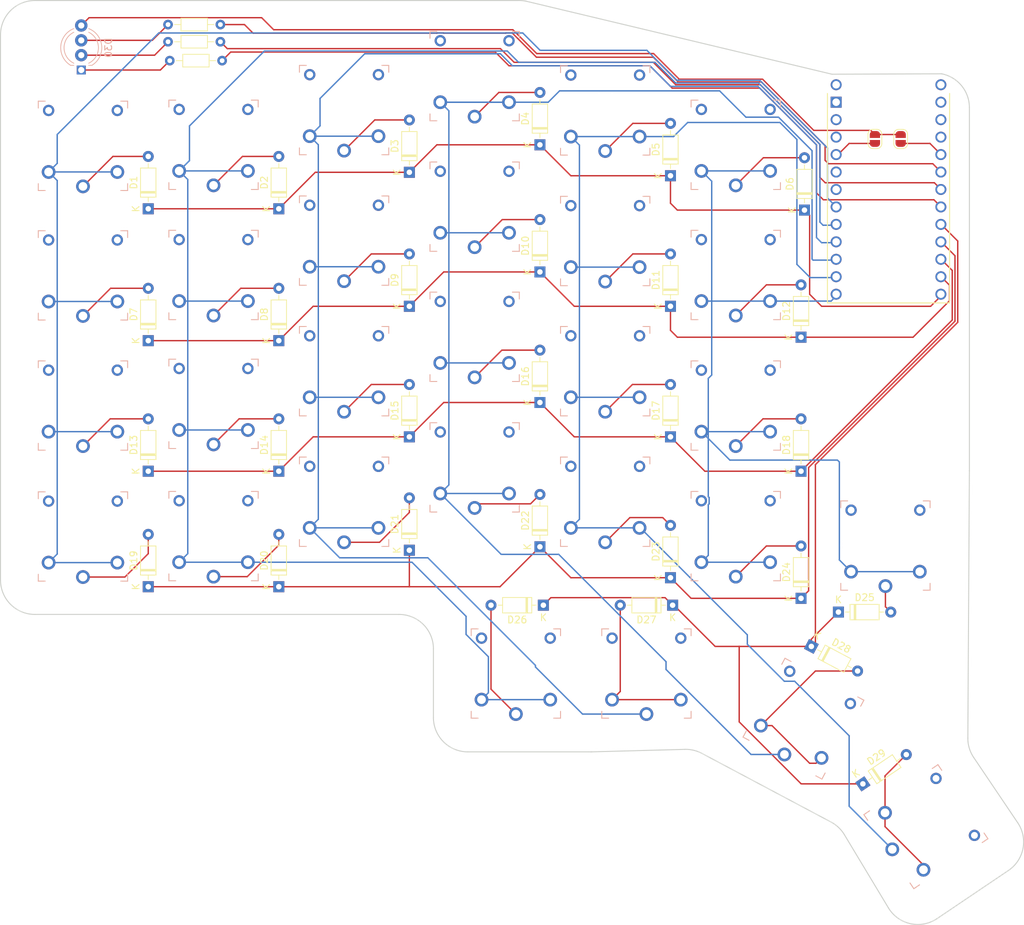
<source format=kicad_pcb>
(kicad_pcb (version 20241229) (generator "pcbnew") (generator_version "9.0")
  (layers (0 "F.Cu" signal) (2 "B.Cu" signal) (13 "F.Paste" user) (15 "B.Paste" user) (5 "F.SilkS" user "F.Silkscreen") (7 "B.SilkS" user "B.Silkscreen") (1 "F.Mask" user) (3 "B.Mask" user) (25 "Edge.Cuts" user))
  (net 0 "")
  (net 1 "ROW1")
  (net 2 "Net-(D1-A)")
  (net 3 "Net-(D2-A)")
  (net 4 "Net-(D3-A)")
  (net 5 "Net-(D4-A)")
  (net 6 "Net-(D5-A)")
  (net 7 "Net-(D6-A)")
  (net 8 "Net-(D7-A)")
  (net 9 "ROW2")
  (net 10 "Net-(D8-A)")
  (net 11 "Net-(D9-A)")
  (net 12 "Net-(D10-A)")
  (net 13 "Net-(D11-A)")
  (net 14 "Net-(D12-A)")
  (net 15 "Net-(D13-A)")
  (net 16 "ROW3")
  (net 17 "Net-(D14-A)")
  (net 18 "Net-(D15-A)")
  (net 19 "Net-(D16-A)")
  (net 20 "Net-(D17-A)")
  (net 21 "Net-(D18-A)")
  (net 22 "ROW4")
  (net 23 "Net-(D19-A)")
  (net 24 "Net-(D20-A)")
  (net 25 "Net-(D21-A)")
  (net 26 "Net-(D22-A)")
  (net 27 "Net-(D23-A)")
  (net 28 "Net-(D24-A)")
  (net 29 "Net-(D25-A)")
  (net 30 "ROWT")
  (net 31 "Net-(D26-A)")
  (net 32 "Net-(D27-A)")
  (net 33 "Net-(D28-A)")
  (net 34 "Net-(D29-A)")
  (net 35 "COL1")
  (net 36 "COL2")
  (net 37 "COL3")
  (net 38 "COL4")
  (net 39 "COL5")
  (net 40 "COL6")
  (net 41 "Net-(D30-BK)")
  (net 42 "Net-(D30-RK)")
  (net 44 "Net-(D30-GK)")
  (net 45 "3v3")
  (net 48 "unconnected-(U2-SCL(GP3)-Pad6)")
  (net 49 "unconnected-(U2-SDA(GP2)-Pad5)")
  (net 50 "LEDR")
  (net 53 "LEDG")
  (net 54 "LEDB")
  (net 55 "Net-(JP2-A)")
  (net 59 "Net-(JP1-A)")
  (footprint "Diode_THT:D_DO-35_SOD27_P7.62mm_Horizontal" (layer "F.Cu") (at 169 117.5 -28)
    (property "Reference" "D28")
    (property "Value" "1N4148")
  )
  (footprint "Diode_THT:D_DO-35_SOD27_P7.62mm_Horizontal" (layer "F.Cu") (at 167.5 92 90)
    (property "Reference" "D18")
    (property "Value" "1N4148")
  )
  (footprint "Diode_THT:D_DO-35_SOD27_P7.62mm_Horizontal" (layer "F.Cu") (at 91.5 73 90)
    (property "Reference" "D8")
    (property "Value" "1N4148")
  )
  (footprint "Diode_THT:D_DO-35_SOD27_P7.62mm_Horizontal" (layer "F.Cu") (at 148.5 107.5 90)
    (property "Reference" "D23")
    (property "Value" "1N4148")
  )
  (footprint "Diode_THT:D_DO-35_SOD27_P7.62mm_Horizontal" (layer "F.Cu") (at 72.5 53.809999 90)
    (property "Reference" "D1")
    (property "Value" "1N4148")
  )
  (footprint "Resistor_THT:R_Axial_DIN0204_L3.6mm_D1.6mm_P7.62mm_Horizontal" (layer "F.Cu") (at 75.63 32.25)
    (property "Reference" "R1" (hide yes))
    (property "Value" "R")
  )
  (footprint "Diode_THT:D_DO-35_SOD27_P7.62mm_Horizontal" (layer "F.Cu") (at 110.5 48.5 90)
    (property "Reference" "D3")
    (property "Value" "1N4148")
  )
  (footprint "Diode_THT:D_DO-35_SOD27_P7.62mm_Horizontal" (layer "F.Cu") (at 91.5 53.81 90)
    (property "Reference" "D2")
    (property "Value" "1N4148")
  )
  (footprint "Jumper:SolderJumper-2_P1.3mm_Open_RoundedPad1.0x1.5mm" (layer "F.Cu") (at 182 43.65 90)
    (property "Reference" "JP2" (hide yes))
    (property "Value" "SolderJumper_2_Open")
  )
  (footprint "MountingHole:MountingHole_2.2mm_M2" (layer "F.Cu") (at 90.25 33.75)
    (property "Reference" "REF**" (hide yes))
    (property "Value" "MountingHole_2.2mm_M2")
  )
  (footprint "Diode_THT:D_DO-35_SOD27_P7.62mm_Horizontal" (layer "F.Cu") (at 129.5 63 90)
    (property "Reference" "D10")
    (property "Value" "1N4148")
  )
  (footprint "Resistor_THT:R_Axial_DIN0204_L3.6mm_D1.6mm_P7.62mm_Horizontal" (layer "F.Cu") (at 75.38 29.5)
    (property "Reference" "R2" (hide yes))
    (property "Value" "R")
  )
  (footprint "Diode_THT:D_DO-35_SOD27_P7.62mm_Horizontal" (layer "F.Cu") (at 72.5 92 90)
    (property "Reference" "D13")
    (property "Value" "1N4148")
  )
  (footprint "Jumper:SolderJumper-2_P1.3mm_Open_RoundedPad1.0x1.5mm" (layer "F.Cu") (at 178.25 43.65 90)
    (property "Reference" "JP1" (hide yes))
    (property "Value" "SolderJumper_2_Open")
  )
  (footprint "Diode_THT:D_DO-35_SOD27_P7.62mm_Horizontal" (layer "F.Cu") (at 148.5 68 90)
    (property "Reference" "D11")
    (property "Value" "1N4148")
  )
  (footprint "Diode_THT:D_DO-35_SOD27_P7.62mm_Horizontal" (layer "F.Cu") (at 148.5 49 90)
    (property "Reference" "D5")
    (property "Value" "1N4148")
  )
  (footprint "Diode_THT:D_DO-35_SOD27_P7.62mm_Horizontal" (layer "F.Cu") (at 172.94 112.5)
    (property "Reference" "D25")
    (property "Value" "1N4148")
  )
  (footprint "MountingHole:MountingHole_2.2mm_M2" (layer "F.Cu") (at 182.5 121)
    (property "Reference" "REF**" (hide yes))
    (property "Value" "MountingHole_2.2mm_M2")
  )
  (footprint "Diode_THT:D_DO-35_SOD27_P7.62mm_Horizontal" (layer "F.Cu") (at 129.5 103 90)
    (property "Reference" "D22")
    (property "Value" "1N4148")
  )
  (footprint "Diode_THT:D_DO-35_SOD27_P7.62mm_Horizontal" (layer "F.Cu") (at 148.5 87 90)
    (property "Reference" "D17")
    (property "Value" "1N4148")
  )
  (footprint "Diode_THT:D_DO-35_SOD27_P7.62mm_Horizontal" (layer "F.Cu") (at 168 54 90)
    (property "Reference" "D6")
    (property "Value" "1N4148" (hide yes))
  )
  (footprint "Diode_THT:D_DO-35_SOD27_P7.62mm_Horizontal" (layer "F.Cu") (at 72.5 108.81 90)
    (property "Reference" "D19")
    (property "Value" "1N4148")
  )
  (footprint "Diode_THT:D_DO-35_SOD27_P7.62mm_Horizontal" (layer "F.Cu") (at 129.5 82 90)
    (property "Reference" "D16")
    (property "Value" "1N4148")
  )
  (footprint "Diode_THT:D_DO-35_SOD27_P7.62mm_Horizontal" (layer "F.Cu") (at 148.81 111.5 180)
    (property "Reference" "D27")
    (property "Value" "1N4148")
  )
  (footprint "Diode_THT:D_DO-35_SOD27_P7.62mm_Horizontal" (layer "F.Cu") (at 129.5 44.5 90)
    (property "Reference" "D4")
    (property "Value" "1N4148")
  )
  (footprint "MountingHole:MountingHole_2.2mm_M2" (layer "F.Cu") (at 180.25 58.5)
    (property "Reference" "REF**" (hide yes))
    (property "Value" "MountingHole_2.2mm_M2")
  )
  (footprint "MountingHole:MountingHole_2.2mm_M2" (layer "F.Cu") (at 118.5 104)
    (property "Reference" "REF**" (hide yes))
    (property "Value" "MountingHole_2.2mm_M2")
  )
  (footprint "Diode_THT:D_DO-35_SOD27_P7.62mm_Horizontal" (layer "F.Cu") (at 176.5 137.5 34)
    (property "Reference" "D29")
    (property "Value" "1N4148")
  )
  (footprint "Diode_THT:D_DO-35_SOD27_P7.62mm_Horizontal" (layer "F.Cu") (at 110.5 68 90)
    (property "Reference" "D9")
    (property "Value" "1N4148")
  )
  (footprint "Diode_THT:D_DO-35_SOD27_P7.62mm_Horizontal" (layer "F.Cu") (at 167.5 72.5 90)
    (property "Reference" "D12")
    (property "Value" "1N4148")
  )
  (footprint "Diode_THT:D_DO-35_SOD27_P7.62mm_Horizontal" (layer "F.Cu") (at 91.5 92 90)
    (property "Reference" "D14")
    (property "Value" "1N4148")
  )
  (footprint "Diode_THT:D_DO-35_SOD27_P7.62mm_Horizontal" (layer "F.Cu") (at 72.5 73 90)
    (property "Reference" "D7")
    (property "Value" "1N4148")
  )
  (footprint "Diode_THT:D_DO-35_SOD27_P7.62mm_Horizontal" (layer "F.Cu") (at 110.5 103.5 90)
    (property "Reference" "D21")
    (property "Value" "1N4148")
  )
  (footprint "Diode_THT:D_DO-35_SOD27_P7.62mm_Horizontal" (layer "F.Cu") (at 130 111.5 180)
    (property "Reference" "D26")
    (property "Value" "1N4148")
  )
  (footprint "Diode_THT:D_DO-35_SOD27_P7.62mm_Horizontal" (layer "F.Cu") (at 167.5 110.5 90)
    (property "Reference" "D24")
    (property "Value" "1N4148")
  )
  (footprint "Resistor_THT:R_Axial_DIN0204_L3.6mm_D1.6mm_P7.62mm_Horizontal" (layer "F.Cu") (at 75.38 27)
    (property "Reference" "R3" (hide yes))
    (property "Value" "R")
  )
  (footprint "Diode_THT:D_DO-35_SOD27_P7.62mm_Horizontal" (layer "F.Cu") (at 91.5 108.81 90)
    (property "Reference" "D20")
    (property "Value" "1N4148")
  )
  (footprint "Diode_THT:D_DO-35_SOD27_P7.62mm_Horizontal" (layer "F.Cu") (at 110.5 87 90)
    (property "Reference" "D15")
    (property "Value" "1N4148")
  )
  (footprint "key-switches:SW_Kailh_Choc_V1V2_THT_Hybrid_doubleside" (layer "B.Cu") (at 63 101.5 180)
    (property "Reference" "SW19" (hide yes))
    (property "Value" "SW_Push" (hide yes))
  )
  (footprint "key-switches:SW_Kailh_Choc_V1V2_THT_Hybrid_doubleside" (layer "B.Cu") (at 119.999999 91.442194 180)
    (property "Reference" "SW22" (hide yes))
    (property "Value" "SW_Push" (hide yes))
  )
  (footprint "key-switches:SW_Kailh_Choc_V1V2_THT_Hybrid_doubleside" (layer "B.Cu") (at 158 44.5 180)
    (property "Reference" "SW6" (hide yes))
    (property "Value" "SW_Push" (hide yes))
  )
  (footprint "key-switches:SW_Kailh_Choc_V1V2_THT_Hybrid_doubleside" (layer "B.Cu") (at 101.000001 58.442194 180)
    (property "Reference" "SW9" (hide yes))
    (property "Value" "SW_Push" (hide yes))
  )
  (footprint "key-switches:SW_Kailh_Choc_V1V2_THT_Hybrid_doubleside" (layer "B.Cu") (at 119.999999 72.442194 180)
    (property "Reference" "SW16" (hide yes))
    (property "Value" "SW_Push" (hide yes))
  )
  (footprint "key-switches:SW_Kailh_Choc_V1V2_THT_Hybrid_doubleside" (layer "B.Cu") (at 82 82.2 180)
    (property "Reference" "SW14" (hide yes))
    (property "Value" "SW_Push" (hide yes))
  )
  (footprint "key-switches:SW_Kailh_Choc_V1V2_THT_Hybrid_doubleside" (layer "B.Cu") (at 179.781626 102.817528 180)
    (property "Reference" "SW25" (hide yes))
    (property "Value" "SW_Push" (hide yes))
  )
  (footprint "key-switches:SW_Kailh_Choc_V1V2_THT_Hybrid_doubleside" (layer "B.Cu") (at 126.000001 121.442194 180)
    (property "Reference" "SW26" (hide yes))
    (property "Value" "SW_Push" (hide yes))
  )
  (footprint "key-switches:SW_Kailh_Choc_V1V2_THT_Hybrid_doubleside" (layer "B.Cu") (at 82.000001 63.442194 180)
    (property "Reference" "SW8" (hide yes))
    (property "Value" "SW_Push" (hide yes))
  )
  (footprint "key-switches:SW_Kailh_Choc_V1V2_THT_Hybrid_doubleside" (layer "B.Cu") (at 82.000001 101.442194 180)
    (property "Reference" "SW20" (hide yes))
    (property "Value" "SW_Push" (hide yes))
  )
  (footprint "key-switches:SW_Kailh_Choc_V1V2_THT_Hybrid_doubleside" (layer "B.Cu") (at 63.000001 82.442194 180)
    (property "Reference" "SW13" (hide yes))
    (property "Value" "SW_Push" (hide yes))
  )
  (footprint "theonepromicro:TheOneProMicro" (layer "B.Cu") (at 181.5 51 180)
    (property "Reference" "U2" (hide yes))
    (property "Value" "ProMicro")
  )
  (footprint "key-switches:SW_Kailh_Choc_V1V2_THT_Hybrid_doubleside" (layer "B.Cu") (at 167.849879 128.011957 152)
    (property "Reference" "SW28" (hide yes))
    (property "Value" "SW_Push" (hide yes))
  )
  (footprint "key-switches:SW_Kailh_Choc_V1V2_THT_Hybrid_doubleside" (layer "B.Cu") (at 120 34.5 180)
    (property "Reference" "SW4" (hide yes))
    (property "Value" "SW_Push" (hide yes))
  )
  (footprint "key-switches:SW_Kailh_Choc_V1V2_THT_Hybrid_doubleside" (layer "B.Cu") (at 63 44.65 180)
    (property "Reference" "SW1" (hide yes))
    (property "Value" "SW_Push" (hide yes))
  )
  (footprint "key-switches:SW_Kailh_Choc_V1V2_THT_Hybrid_doubleside" (layer "B.Cu") (at 139.000001 77.442194 180)
    (property "Reference" "SW17" (hide yes))
    (property "Value" "SW_Push" (hide yes))
  )
  (footprint "key-switches:SW_Kailh_Choc_V1V2_THT_Hybrid_doubleside" (layer "B.Cu") (at 101.000001 39.442194 180)
    (property "Reference" "SW3" (hide yes))
    (property "Value" "SW_Push" (hide yes))
  )
  (footprint "key-switches:SW_Kailh_Choc_V1V2_THT_Hybrid_doubleside" (layer "B.Cu") (at 145.000001 121.442194 180)
    (property "Reference" "SW27" (hide yes))
    (property "Value" "SW_Push" (hide yes))
  )
  (footprint "LED_THT:LED_D5.0mm-4_RGB_Wide_Pins" (layer "B.Cu") (at 62.75 33.613 90)
    (property "Reference" "D30")
    (property "Value" "LED_RGBA")
  )
  (footprint "key-switches:SW_Kailh_Choc_V1V2_THT_Hybrid_doubleside" (layer "B.Cu") (at 82 44.5 180)
    (property "Reference" "SW2" (hide yes))
    (property "Value" "SW_Push" (hide yes))
  )
  (footprint "key-switches:SW_Kailh_Choc_V1V2_THT_Hybrid_doubleside" (layer "B.Cu") (at 158.000001 63.442194 180)
    (property "Reference" "SW12" (hide yes))
    (property "Value" "SW_Push" (hide yes))
  )
  (footprint "key-switches:SW_Kailh_Choc_V1V2_THT_Hybrid_doubleside" (layer "B.Cu") (at 139 39.5 180)
    (property "Reference" "SW5" (hide yes))
    (property "Value" "SW_Push" (hide yes))
  )
  (footprint "key-switches:SW_Kailh_Choc_V1V2_THT_Hybrid_doubleside" (layer "B.Cu") (at 158.000001 82.442194 180)
    (property "Reference" "SW18" (hide yes))
    (property "Value" "SW_Push" (hide yes))
  )
  (footprint "key-switches:SW_Kailh_Choc_V1V2_THT_Hybrid_doubleside" (layer "B.Cu") (at 139 58.5 180)
    (property "Reference" "SW11" (hide yes))
    (property "Value" "SW_Push" (hide yes))
  )
  (footprint "key-switches:SW_Kailh_Choc_V1V2_THT_Hybrid_doubleside" (layer "B.Cu") (at 120 53.5 180)
    (property "Reference" "SW10" (hide yes))
    (property "Value" "SW_Push" (hide yes))
  )
  (footprint "key-switches:SW_Kailh_Choc_V1V2_THT_Hybrid_doubleside" (layer "B.Cu") (at 139.000001 96.442194 180)
    (property "Reference" "SW23" (hide yes))
    (property "Value" "SW_Push" (hide yes))
  )
  (footprint "key-switches:SW_Kailh_Choc_V1V2_THT_Hybrid_doubleside" (layer "B.Cu") (at 101.000001 77.442194 180)
    (property "Reference" "SW15" (hide yes))
    (property "Value" "SW_Push" (hide yes))
  )
  (footprint "key-switches:SW_Kailh_Choc_V1V2_THT_Hybrid_doubleside" (layer "B.Cu") (at 101.000001 96.442194 180)
    (property "Reference" "SW21" (hide yes))
    (property "Value" "SW_Push" (hide yes))
  )
  (footprint "key-switches:SW_Kailh_Choc_V1V2_THT_Hybrid_doubleside" (layer "B.Cu") (at 185.669256 143.731057 124)
    (property "Reference" "SW29" (hide yes))
    (property "Value" "SW_Push" (hide yes))
  )
  (footprint "key-switches:SW_Kailh_Choc_V1V2_THT_Hybrid_doubleside" (layer "B.Cu") (at 63 63.5 180)
    (property "Reference" "SW7" (hide yes))
    (property "Value" "SW_Push" (hide yes))
  )
  (footprint "key-switches:SW_Kailh_Choc_V1V2_THT_Hybrid_doubleside" (layer "B.Cu") (at 158.000001 101.442194 180)
    (property "Reference" "SW24" (hide yes))
    (property "Value" "SW_Push" (hide yes))
  )
  (gr_line (start 150.585168 132.479109) (end 137.066781 132.840409) (stroke (width 0.15)) (layer "Edge.Cuts"))
  (gr_line (start 197.685411 150.100673) (end 187.293643 157.11001) (stroke (width 0.15)) (layer "Edge.Cuts"))
  (gr_arc (start 109.000001 112.842194) (mid 112.535536 114.30666) (end 114.000001 117.842194) (stroke (width 0.15)) (layer "Edge.Cuts"))
  (gr_line (start 56.000001 112.842194) (end 109.000001 112.842194) (stroke (width 0.15)) (layer "Edge.Cuts"))
  (gr_arc (start 51 28.500001) (mid 52.449517 24.979479) (end 55.957629 23.50018) (stroke (width 0.15)) (layer "Edge.Cuts"))
  (gr_arc (start 119.000001 132.842194) (mid 115.464469 131.377728) (end 114.000001 127.842194) (stroke (width 0.15)) (layer "Edge.Cuts"))
  (gr_arc (start 187.942475 34.163411) (mid 190.85438 35.888845) (end 192.000001 39.073782) (stroke (width 0.15)) (layer "Edge.Cuts"))
  (gr_line (start 136.933196 132.842194) (end 119.000001 132.842194) (stroke (width 0.15)) (layer "Edge.Cuts"))
  (gr_arc (start 192.000001 91.927668) (mid 191.99998 91.942188) (end 191.999917 91.956708) (stroke (width 0.15)) (layer "Edge.Cuts"))
  (gr_line (start 106.996689 23.5) (end 126.5 23.5) (stroke (width 0.15)) (layer "Edge.Cuts"))
  (gr_arc (start 56.000001 112.842194) (mid 52.464469 111.377728) (end 51.000001 107.842194) (stroke (width 0.15)) (layer "Edge.Cuts"))
  (gr_line (start 51.000001 107.842194) (end 51.000001 28.500001) (stroke (width 0.15)) (layer "Edge.Cuts"))
  (gr_arc (start 192.628825 133.662518) (mid 191.988275 132.314519) (end 191.774097 130.837514) (stroke (width 0.15)) (layer "Edge.Cuts"))
  (gr_line (start 114.000001 127.842194) (end 114.000001 117.842194) (stroke (width 0.15)) (layer "Edge.Cuts"))
  (gr_arc (start 199.034633 143.159521) (mid 199.797584 146.909537) (end 197.685411 150.100673) (stroke (width 0.15)) (layer "Edge.Cuts"))
  (gr_arc (start 150.585168 132.479109) (mid 151.863435 132.610132) (end 153.066111 133.062586) (stroke (width 0.15)) (layer "Edge.Cuts"))
  (gr_arc (start 137.066781 132.840409) (mid 136.999994 132.841748) (end 136.933196 132.842194) (stroke (width 0.15)) (layer "Edge.Cuts"))
  (gr_arc (start 171.870599 143.06111) (mid 172.96375 143.8478) (end 173.8073 144.897702) (stroke (width 0.15)) (layer "Edge.Cuts"))
  (gr_line (start 191.999917 91.956708) (end 191.774097 130.837514) (stroke (width 0.15)) (layer "Edge.Cuts"))
  (gr_arc (start 187.293643 157.11001) (mid 183.417173 157.846657) (end 180.213619 155.542968) (stroke (width 0.15)) (layer "Edge.Cuts"))
  (gr_line (start 180.213619 155.542968) (end 173.8073 144.897702) (stroke (width 0.15)) (layer "Edge.Cuts"))
  (gr_line (start 171.870599 143.06111) (end 153.066111 133.062586) (stroke (width 0.15)) (layer "Edge.Cuts"))
  (gr_line (start 127.442474 23.589633) (end 172 34.226414) (stroke (width 0.15)) (layer "Edge.Cuts"))
  (gr_line (start 192.628825 133.662518) (end 199.034634 143.159521) (stroke (width 0.15)) (layer "Edge.Cuts"))
  (gr_arc (start 126.5 23.5) (mid 126.973363 23.522457) (end 127.442474 23.589629) (stroke (width 0.15)) (layer "Edge.Cuts"))
  (gr_line (start 172 34.226414) (end 187.942475 34.163411) (stroke (width 0.15)) (layer "Edge.Cuts"))
  (gr_line (start 55.957556 23.50018) (end 107 23.5) (stroke (width 0.15)) (layer "Edge.Cuts"))
  (gr_line (start 192.000001 39.073782) (end 192.000001 91.927669) (stroke (width 0.15)) (layer "Edge.Cuts"))
  (segment (start 149.5 54) (end 148.5 53) (width 0.2) (layer "F.Cu") (net 1))
  (segment (start 114.5 44.5) (end 110.5 48.5) (width 0.2) (layer "F.Cu") (net 1))
  (segment (start 168 54) (end 168.75 54.75) (width 0.2) (layer "F.Cu") (net 1))
  (segment (start 186.36 68) (end 188 66.36) (width 0.2) (layer "F.Cu") (net 1))
  (segment (start 170.5 68) (end 186.36 68) (width 0.2) (layer "F.Cu") (net 1))
  (segment (start 148.5 53) (end 148.5 49) (width 0.2) (layer "F.Cu") (net 1))
  (segment (start 168 54) (end 149.5 54) (width 0.2) (layer "F.Cu") (net 1))
  (segment (start 110.5 48.5) (end 96.81 48.5) (width 0.2) (layer "F.Cu") (net 1))
  (segment (start 129.5 44.5) (end 114.5 44.5) (width 0.2) (layer "F.Cu") (net 1))
  (segment (start 134 49) (end 148.5 49) (width 0.2) (layer "F.Cu") (net 1))
  (segment (start 168.75 54.75) (end 168.75 66.25) (width 0.2) (layer "F.Cu") (net 1))
  (segment (start 91.5 53.81) (end 72.5 53.809999) (width 0.2) (layer "F.Cu") (net 1))
  (segment (start 129.5 44.5) (end 134 49) (width 0.2) (layer "F.Cu") (net 1))
  (segment (start 168.75 66.25) (end 170.5 68) (width 0.2) (layer "F.Cu") (net 1))
  (segment (start 96.81 48.5) (end 91.5 53.81) (width 0.2) (layer "F.Cu") (net 1))
  (segment (start 63 50.55) (end 67.360001 46.189999) (width 0.2) (layer "F.Cu") (net 2))
  (segment (start 67.360001 46.189999) (end 72.5 46.189999) (width 0.2) (layer "F.Cu") (net 2))
  (segment (start 86.21 46.19) (end 91.5 46.19) (width 0.2) (layer "F.Cu") (net 3))
  (segment (start 82 50.4) (end 86.21 46.19) (width 0.2) (layer "F.Cu") (net 3))
  (segment (start 105.462195 40.88) (end 110.5 40.88) (width 0.2) (layer "F.Cu") (net 4))
  (segment (start 101.000001 45.342194) (end 105.462195 40.88) (width 0.2) (layer "F.Cu") (net 4))
  (segment (start 123.52 36.88) (end 129.5 36.88) (width 0.2) (layer "F.Cu") (net 5))
  (segment (start 120 40.4) (end 123.52 36.88) (width 0.2) (layer "F.Cu") (net 5))
  (segment (start 139 45.4) (end 143.02 41.38) (width 0.2) (layer "F.Cu") (net 6))
  (segment (start 143.02 41.38) (end 148.5 41.38) (width 0.2) (layer "F.Cu") (net 6))
  (segment (start 158 50.4) (end 162.02 46.38) (width 0.2) (layer "F.Cu") (net 7))
  (segment (start 162.02 46.38) (end 168 46.38) (width 0.2) (layer "F.Cu") (net 7))
  (segment (start 63 69.4) (end 67.02 65.38) (width 0.2) (layer "F.Cu") (net 8))
  (segment (start 67.02 65.38) (end 72.5 65.38) (width 0.2) (layer "F.Cu") (net 8))
  (segment (start 134.5 68) (end 148.5 68) (width 0.2) (layer "F.Cu") (net 9))
  (segment (start 110.5 68) (end 115.5 63) (width 0.2) (layer "F.Cu") (net 9))
  (segment (start 72.5 73) (end 91.5 73) (width 0.2) (layer "F.Cu") (net 9))
  (segment (start 96.5 68) (end 110.5 68) (width 0.2) (layer "F.Cu") (net 9))
  (segment (start 148.5 71.5) (end 149.5 72.5) (width 0.2) (layer "F.Cu") (net 9))
  (segment (start 149.5 72.5) (end 167.5 72.5) (width 0.2) (layer "F.Cu") (net 9))
  (segment (start 189.101 67.204075) (end 189.101 64.921) (width 0.2) (layer "F.Cu") (net 9))
  (segment (start 183.805075 72.5) (end 189.101 67.204075) (width 0.2) (layer "F.Cu") (net 9))
  (segment (start 189.101 64.921) (end 188 63.82) (width 0.2) (layer "F.Cu") (net 9))
  (segment (start 115.5 63) (end 129.5 63) (width 0.2) (layer "F.Cu") (net 9))
  (segment (start 91.5 73) (end 96.5 68) (width 0.2) (layer "F.Cu") (net 9))
  (segment (start 167.5 72.5) (end 183.805075 72.5) (width 0.2) (layer "F.Cu") (net 9))
  (segment (start 129.5 63) (end 134.5 68) (width 0.2) (layer "F.Cu") (net 9))
  (segment (start 148.5 68) (end 148.5 71.5) (width 0.2) (layer "F.Cu") (net 9))
  (segment (start 85.962195 65.38) (end 91.5 65.38) (width 0.2) (layer "F.Cu") (net 10))
  (segment (start 82.000001 69.342194) (end 85.962195 65.38) (width 0.2) (layer "F.Cu") (net 10))
  (segment (start 104.962195 60.38) (end 110.5 60.38) (width 0.2) (layer "F.Cu") (net 11))
  (segment (start 101.000001 64.342194) (end 104.962195 60.38) (width 0.2) (layer "F.Cu") (net 11))
  (segment (start 124.02 55.38) (end 129.5 55.38) (width 0.2) (layer "F.Cu") (net 12))
  (segment (start 120 59.4) (end 124.02 55.38) (width 0.2) (layer "F.Cu") (net 12))
  (segment (start 139 64.4) (end 143.02 60.38) (width 0.2) (layer "F.Cu") (net 13))
  (segment (start 143.02 60.38) (end 148.5 60.38) (width 0.2) (layer "F.Cu") (net 13))
  (segment (start 162.462195 64.88) (end 167.5 64.88) (width 0.2) (layer "F.Cu") (net 14))
  (segment (start 158.000001 69.342194) (end 162.462195 64.88) (width 0.2) (layer "F.Cu") (net 14))
  (segment (start 66.962195 84.38) (end 72.5 84.38) (width 0.2) (layer "F.Cu") (net 15))
  (segment (start 63.000001 88.342194) (end 66.962195 84.38) (width 0.2) (layer "F.Cu") (net 15))
  (segment (start 115.5 82) (end 129.5 82) (width 0.2) (layer "F.Cu") (net 16))
  (segment (start 96.5 87) (end 110.5 87) (width 0.2) (layer "F.Cu") (net 16))
  (segment (start 110.5 87) (end 115.5 82) (width 0.2) (layer "F.Cu") (net 16))
  (segment (start 129.5 82) (end 134.5 87) (width 0.2) (layer "F.Cu") (net 16))
  (segment (start 167.5 92) (end 189.502 69.998) (width 0.2) (layer "F.Cu") (net 16))
  (segment (start 148.5 87) (end 153.5 92) (width 0.2) (layer "F.Cu") (net 16))
  (segment (start 91.5 92) (end 96.5 87) (width 0.2) (layer "F.Cu") (net 16))
  (segment (start 134.5 87) (end 148.5 87) (width 0.2) (layer "F.Cu") (net 16))
  (segment (start 189.502 62.782) (end 188 61.28) (width 0.2) (layer "F.Cu") (net 16))
  (segment (start 72.5 92) (end 91.5 92) (width 0.2) (layer "F.Cu") (net 16))
  (segment (start 153.5 92) (end 167.5 92) (width 0.2) (layer "F.Cu") (net 16))
  (segment (start 189.502 69.998) (end 189.502 62.782) (width 0.2) (layer "F.Cu") (net 16))
  (segment (start 85.72 84.38) (end 91.5 84.38) (width 0.2) (layer "F.Cu") (net 17))
  (segment (start 82 88.1) (end 85.72 84.38) (width 0.2) (layer "F.Cu") (net 17))
  (segment (start 104.962195 79.38) (end 110.5 79.38) (width 0.2) (layer "F.Cu") (net 18))
  (segment (start 101.000001 83.342194) (end 104.962195 79.38) (width 0.2) (layer "F.Cu") (net 18))
  (segment (start 120.000001 78.342194) (end 123.962195 74.38) (width 0.2) (layer "F.Cu") (net 19))
  (segment (start 123.962195 74.38) (end 129.5 74.38) (width 0.2) (layer "F.Cu") (net 19))
  (segment (start 142.962195 79.38) (end 148.5 79.38) (width 0.2) (layer "F.Cu") (net 20))
  (segment (start 139.000001 83.342194) (end 142.962195 79.38) (width 0.2) (layer "F.Cu") (net 20))
  (segment (start 161.962195 84.38) (end 167.5 84.38) (width 0.2) (layer "F.Cu") (net 21))
  (segment (start 158.000001 88.342194) (end 161.962195 84.38) (width 0.2) (layer "F.Cu") (net 21))
  (segment (start 129.5 103) (end 134 107.5) (width 0.2) (layer "F.Cu") (net 22))
  (segment (start 189.903 60.643) (end 188 58.74) (width 0.2) (layer "F.Cu") (net 22))
  (segment (start 148.5 107.5) (end 151.5 110.5) (width 0.2) (layer "F.Cu") (net 22))
  (segment (start 151.5 110.5) (end 167.5 110.5) (width 0.2) (layer "F.Cu") (net 22))
  (segment (start 72.5 108.81) (end 91.5 108.81) (width 0.2) (layer "F.Cu") (net 22))
  (segment (start 134 107.5) (end 148.5 107.5) (width 0.2) (layer "F.Cu") (net 22))
  (segment (start 168.601 109.399) (end 168.601 91.4661) (width 0.2) (layer "F.Cu") (net 22))
  (segment (start 189.903 70.1641) (end 189.903 60.643) (width 0.2) (layer "F.Cu") (net 22))
  (segment (start 110.5 108.81) (end 123.69 108.81) (width 0.2) (layer "F.Cu") (net 22))
  (segment (start 110.5 103.5) (end 110.5 108.81) (width 0.2) (layer "F.Cu") (net 22))
  (segment (start 91.5 108.81) (end 110.5 108.81) (width 0.2) (layer "F.Cu") (net 22))
  (segment (start 123.69 108.81) (end 129.5 103) (width 0.2) (layer "F.Cu") (net 22))
  (segment (start 168.601 91.4661) (end 189.903 70.1641) (width 0.2) (layer "F.Cu") (net 22))
  (segment (start 167.5 110.5) (end 168.601 109.399) (width 0.2) (layer "F.Cu") (net 22))
  (segment (start 69.1 107.4) (end 72.5 104) (width 0.2) (layer "F.Cu") (net 23))
  (segment (start 72.5 104) (end 72.5 101.19) (width 0.2) (layer "F.Cu") (net 23))
  (segment (start 63 107.4) (end 69.1 107.4) (width 0.2) (layer "F.Cu") (net 23))
  (segment (start 82.000001 107.342194) (end 86.907806 107.342194) (width 0.2) (layer "F.Cu") (net 24))
  (segment (start 91.5 102.75) (end 91.5 101.19) (width 0.2) (layer "F.Cu") (net 24))
  (segment (start 86.907806 107.342194) (end 91.5 102.75) (width 0.2) (layer "F.Cu") (net 24))
  (segment (start 110.5 98) (end 110.5 95.88) (width 0.2) (layer "F.Cu") (net 25))
  (segment (start 106.157806 102.342194) (end 110.5 98) (width 0.2) (layer "F.Cu") (net 25))
  (segment (start 101.000001 102.342194) (end 106.157806 102.342194) (width 0.2) (layer "F.Cu") (net 25))
  (segment (start 120.000001 97.342194) (end 120.592195 96.75) (width 0.2) (layer "F.Cu") (net 26))
  (segment (start 120.592195 96.75) (end 128.13 96.75) (width 0.2) (layer "F.Cu") (net 26))
  (segment (start 128.13 96.75) (end 129.5 95.38) (width 0.2) (layer "F.Cu") (net 26))
  (segment (start 139.000001 102.342194) (end 142.592195 98.75) (width 0.2) (layer "F.Cu") (net 27))
  (segment (start 147.37 98.75) (end 148.5 99.88) (width 0.2) (layer "F.Cu") (net 27))
  (segment (start 142.592195 98.75) (end 147.37 98.75) (width 0.2) (layer "F.Cu") (net 27))
  (segment (start 158.000001 107.342194) (end 162.462195 102.88) (width 0.2) (layer "F.Cu") (net 28))
  (segment (start 162.462195 102.88) (end 167.5 102.88) (width 0.2) (layer "F.Cu") (net 28))
  (segment (start 179.781626 108.717528) (end 179.781626 111.721626) (width 0.2) (layer "F.Cu") (net 29))
  (segment (start 179.781626 111.721626) (end 180.56 112.5) (width 0.2) (layer "F.Cu") (net 29))
  (segment (start 131.101 110.399) (end 147.709 110.399) (width 0.2) (layer "F.Cu") (net 30))
  (segment (start 158.5 128.481243) (end 167.518757 137.5) (width 0.2) (layer "F.Cu") (net 30))
  (segment (start 169 117.5) (end 169 116.44) (width 0.2) (layer "F.Cu") (net 30))
  (segment (start 147.709 110.399) (end 148.81 111.5) (width 0.2) (layer "F.Cu") (net 30))
  (segment (start 190.304 58.504) (end 188 56.2) (width 0.2) (layer "F.Cu") (net 30))
  (segment (start 169.591532 116.908468) (end 169.591532 91.042668) (width 0.2) (layer "F.Cu") (net 30))
  (segment (start 169 117.5) (end 169.591532 116.908468) (width 0.2) (layer "F.Cu") (net 30))
  (segment (start 130 111.5) (end 131.101 110.399) (width 0.2) (layer "F.Cu") (net 30))
  (segment (start 155 117.5) (end 158.5 117.5) (width 0.2) (layer "F.Cu") (net 30))
  (segment (start 190.304 70.3302) (end 190.304 58.504) (width 0.2) (layer "F.Cu") (net 30))
  (segment (start 148.81 111.5) (end 149 111.5) (width 0.2) (layer "F.Cu") (net 30))
  (segment (start 158.5 117.5) (end 169 117.5) (width 0.2) (layer "F.Cu") (net 30))
  (segment (start 169 116.44) (end 172.94 112.5) (width 0.2) (layer "F.Cu") (net 30))
  (segment (start 169.591532 91.042668) (end 190.304 70.3302) (width 0.2) (layer "F.Cu") (net 30))
  (segment (start 167.518757 137.5) (end 176.5 137.5) (width 0.2) (layer "F.Cu") (net 30))
  (segment (start 149 111.5) (end 155 117.5) (width 0.2) (layer "F.Cu") (net 30))
  (segment (start 158.5 117.5) (end 158.5 128.481243) (width 0.2) (layer "F.Cu") (net 30))
  (segment (start 122.38 111.5) (end 122.38 123.722193) (width 0.2) (layer "F.Cu") (net 31))
  (segment (start 122.38 123.722193) (end 126.000001 127.342194) (width 0.2) (layer "F.Cu") (net 31))
  (segment (start 140.000001 125.242194) (end 150.000001 125.242194) (width 0.2) (layer "F.Cu") (net 32))
  (segment (start 141.19 111.5) (end 141.19 124.052195) (width 0.2) (layer "F.Cu") (net 32))
  (segment (start 141.19 124.052195) (end 140.000001 125.242194) (width 0.2) (layer "F.Cu") (net 32))
  (segment (start 175.72806 121.077373) (end 169.593576 121.077373) (width 0.2) (layer "F.Cu") (net 33))
  (segment (start 169.683184 134.5) (end 170.480625 133.702559) (width 0.2) (layer "F.Cu") (net 33))
  (segment (start 161.651149 129.0198) (end 163.2698 129.0198) (width 0.2) (layer "F.Cu") (net 33))
  (segment (start 163.2698 129.0198) (end 168.75 134.5) (width 0.2) (layer "F.Cu") (net 33))
  (segment (start 169.593576 121.077373) (end 161.651149 129.0198) (width 0.2) (layer "F.Cu") (net 33))
  (segment (start 168.75 134.5) (end 169.683184 134.5) (width 0.2) (layer "F.Cu") (net 33))
  (segment (start 179.722949 136.333267) (end 179.722949 141.710802) (width 0.2) (layer "F.Cu") (net 34))
  (segment (start 185.314878 149.314878) (end 185.314878 150.001178) (width 0.2) (layer "F.Cu") (net 34))
  (segment (start 179.722949 143.722949) (end 185.314878 149.314878) (width 0.2) (layer "F.Cu") (net 34))
  (segment (start 182.817266 133.23895) (end 179.722949 136.333267) (width 0.2) (layer "F.Cu") (net 34))
  (segment (start 179.722949 141.710802) (end 179.722949 143.722949) (width 0.2) (layer "F.Cu") (net 34))
  (segment (start 125 33) (end 145.5 33) (width 0.2) (layer "F.Cu") (net 35))
  (segment (start 83.25 32.25) (end 84.5 31) (width 0.2) (layer "F.Cu") (net 35))
  (segment (start 170.75 52.5) (end 186.84 52.5) (width 0.2) (layer "F.Cu") (net 35))
  (segment (start 84.5 31) (end 123 31) (width 0.2) (layer "F.Cu") (net 35))
  (segment (start 123 31) (end 125 33) (width 0.2) (layer "F.Cu") (net 35))
  (segment (start 161.5 36.25) (end 169.75 44.5) (width 0.2) (layer "F.Cu") (net 35))
  (segment (start 148.75 36.25) (end 161.5 36.25) (width 0.2) (layer "F.Cu") (net 35))
  (segment (start 169.75 44.5) (end 169.75 51.5) (width 0.2) (layer "F.Cu") (net 35))
  (segment (start 145.5 33) (end 148.75 36.25) (width 0.2) (layer "F.Cu") (net 35))
  (segment (start 186.84 52.5) (end 188 53.66) (width 0.2) (layer "F.Cu") (net 35))
  (segment (start 169.75 51.5) (end 170.75 52.5) (width 0.2) (layer "F.Cu") (net 35))
  (segment (start 58 48.45) (end 68 48.45) (width 0.2) (layer "B.Cu") (net 35))
  (segment (start 58 48.45) (end 59.25 49.7) (width 0.2) (layer "B.Cu") (net 35))
  (segment (start 59.25 47.2) (end 59.25 43) (width 0.2) (layer "B.Cu") (net 35))
  (segment (start 58 67.3) (end 68 67.3) (width 0.2) (layer "B.Cu") (net 35))
  (segment (start 59.25 104.05) (end 58 105.3) (width 0.2) (layer "B.Cu") (net 35))
  (segment (start 171.35 52.25) (end 172.76 53.66) (width 0.2) (layer "B.Cu") (net 35))
  (segment (start 59.25 43) (end 74.026 28.224) (width 0.2) (layer "B.Cu") (net 35))
  (segment (start 129.526 30.75) (end 145.0671 30.75) (width 0.2) (layer "B.Cu") (net 35))
  (segment (start 59.25 49.7) (end 59.25 104.05) (width 0.2) (layer "B.Cu") (net 35))
  (segment (start 145.0671 30.75) (end 149.4161 35.099) (width 0.2) (layer "B.Cu") (net 35))
  (segment (start 58.000001 86.242194) (end 67.999999 86.242194) (width 0.2) (layer "B.Cu") (net 35))
  (segment (start 127 28.224) (end 129.526 30.75) (width 0.2) (layer "B.Cu") (net 35))
  (segment (start 149.4161 35.099) (end 161.475605 35.099) (width 0.2) (layer "B.Cu") (net 35))
  (segment (start 74.026 28.224) (end 127 28.224) (width 0.2) (layer "B.Cu") (net 35))
  (segment (start 161.475605 35.099) (end 171.35 44.973395) (width 0.2) (layer "B.Cu") (net 35))
  (segment (start 58 105.3) (end 68 105.3) (width 0.2) (layer "B.Cu") (net 35))
  (segment (start 171.35 44.973395) (end 171.35 52.25) (width 0.2) (layer "B.Cu") (net 35))
  (segment (start 58 48.45) (end 59.25 47.2) (width 0.2) (layer "B.Cu") (net 35))
  (segment (start 77 48.3) (end 87 48.3) (width 0.2) (layer "B.Cu") (net 36))
  (segment (start 89.401 30.849) (end 124.75 30.849) (width 0.2) (layer "B.Cu") (net 36))
  (segment (start 110.876013 105.242194) (end 118.75 113.116181) (width 0.2) (layer "B.Cu") (net 36))
  (segment (start 126.401 32.5) (end 146.25 32.5) (width 0.2) (layer "B.Cu") (net 36))
  (segment (start 78.5 41.75) (end 89.401 30.849) (width 0.2) (layer "B.Cu") (net 36))
  (segment (start 149.25 35.5) (end 161.309505 35.5) (width 0.2) (layer "B.Cu") (net 36))
  (segment (start 124.75 30.849) (end 126.401 32.5) (width 0.2) (layer "B.Cu") (net 36))
  (segment (start 146.25 32.5) (end 149.25 35.5) (width 0.2) (layer "B.Cu") (net 36))
  (segment (start 118.75 113.116181) (end 118.75 115.75) (width 0.2) (layer "B.Cu") (net 36))
  (segment (start 170.25 44.440495) (end 170.25 55.75) (width 0.2) (layer "B.Cu") (net 36))
  (segment (start 77.000001 67.242194) (end 86.999999 67.242194) (width 0.2) (layer "B.Cu") (net 36))
  (segment (start 77 48.3) (end 78.5 46.8) (width 0.2) (layer "B.Cu") (net 36))
  (segment (start 170.25 55.75) (end 170.7 56.2) (width 0.2) (layer "B.Cu") (net 36))
  (segment (start 77 86) (end 87 86) (width 0.2) (layer "B.Cu") (net 36))
  (segment (start 170.7 56.2) (end 172.76 56.2) (width 0.2) (layer "B.Cu") (net 36))
  (segment (start 121.000001 125.242194) (end 131 125.242194) (width 0.2) (layer "B.Cu") (net 36))
  (segment (start 118.75 115.75) (end 122.000001 119.000001) (width 0.2) (layer "B.Cu") (net 36))
  (segment (start 77.000001 105.242194) (end 110.876013 105.242194) (width 0.2) (layer "B.Cu") (net 36))
  (segment (start 122.000001 124.242194) (end 121.000001 125.242194) (width 0.2) (layer "B.Cu") (net 36))
  (segment (start 161.309505 35.5) (end 170.25 44.440495) (width 0.2) (layer "B.Cu") (net 36))
  (segment (start 78.5 46.8) (end 78.5 41.75) (width 0.2) (layer "B.Cu") (net 36))
  (segment (start 78.25 49.55) (end 78.25 103.992195) (width 0.2) (layer "B.Cu") (net 36))
  (segment (start 78.25 103.992195) (end 77.000001 105.242194) (width 0.2) (layer "B.Cu") (net 36))
  (segment (start 122.000001 119.000001) (end 122.000001 124.242194) (width 0.2) (layer "B.Cu") (net 36))
  (segment (start 77 48.3) (end 78.25 49.55) (width 0.2) (layer "B.Cu") (net 36))
  (segment (start 96.000001 43.242194) (end 106.000001 43.242194) (width 0.2) (layer "B.Cu") (net 37))
  (segment (start 128.851001 120.261271) (end 113.19073 104.601) (width 0.2) (layer "B.Cu") (net 37))
  (segment (start 170.49 58.74) (end 172.76 58.74) (width 0.2) (layer "B.Cu") (net 37))
  (segment (start 145.5 33) (end 148.5 36) (width 0.2) (layer "B.Cu") (net 37))
  (segment (start 96.000001 62.242194) (end 106.000001 62.242194) (width 0.2) (layer "B.Cu") (net 37))
  (segment (start 135.700258 127.342194) (end 128.851001 120.492937) (width 0.2) (layer "B.Cu") (net 37))
  (segment (start 169.75 58) (end 170.49 58.74) (width 0.2) (layer "B.Cu") (net 37))
  (segment (start 97.25 44.492193) (end 97.25 98.992195) (width 0.2) (layer "B.Cu") (net 37))
  (segment (start 96.000001 43.242194) (end 97.25 44.492193) (width 0.2) (layer "B.Cu") (net 37))
  (segment (start 97.5 41.742195) (end 97.5 37.75) (width 0.2) (layer "B.Cu") (net 37))
  (segment (start 128.851001 120.492937) (end 128.851001 120.261271) (width 0.2) (layer "B.Cu") (net 37))
  (segment (start 97.25 98.992195) (end 96.000001 100.242194) (width 0.2) (layer "B.Cu") (net 37))
  (segment (start 123.75 31.25) (end 125.5 33) (width 0.2) (layer "B.Cu") (net 37))
  (segment (start 97.5 37.75) (end 104 31.25) (width 0.2) (layer "B.Cu") (net 37))
  (segment (start 125.5 33) (end 145.5 33) (width 0.2) (layer "B.Cu") (net 37))
  (segment (start 145.000001 127.342194) (end 135.700258 127.342194) (width 0.2) (layer "B.Cu") (net 37))
  (segment (start 96.000001 100.242194) (end 106.000001 100.242194) (width 0.2) (layer "B.Cu") (net 37))
  (segment (start 113.19073 104.601) (end 100.358807 104.601) (width 0.2) (layer "B.Cu") (net 37))
  (segment (start 96.000001 81.242194) (end 106.000001 81.242194) (width 0.2) (layer "B.Cu") (net 37))
  (segment (start 104 31.25) (end 123.75 31.25) (width 0.2) (layer "B.Cu") (net 37))
  (segment (start 169.75 44.507595) (end 169.75 58) (width 0.2) (layer "B.Cu") (net 37))
  (segment (start 148.5 36) (end 161.242405 36) (width 0.2) (layer "B.Cu") (net 37))
  (segment (start 96.000001 43.242194) (end 97.5 41.742195) (width 0.2) (layer "B.Cu") (net 37))
  (segment (start 161.242405 36) (end 169.75 44.507595) (width 0.2) (layer "B.Cu") (net 37))
  (segment (start 100.358807 104.601) (end 96.000001 100.242194) (width 0.2) (layer "B.Cu") (net 37))
  (segment (start 116.25 93.992195) (end 115.000001 95.242194) (width 0.2) (layer "B.Cu") (net 38))
  (segment (start 159.476 40.476) (end 155.649 36.649) (width 0.2) (layer "B.Cu") (net 38))
  (segment (start 132.23395 104.101) (end 123.858807 104.101) (width 0.2) (layer "B.Cu") (net 38))
  (segment (start 147.851001 120.851001) (end 147.851001 119.718051) (width 0.2) (layer "B.Cu") (net 38))
  (segment (start 115 57.3) (end 125 57.3) (width 0.2) (layer "B.Cu") (net 38))
  (segment (start 116.25 39.55) (end 116.25 93.992195) (width 0.2) (layer "B.Cu") (net 38))
  (segment (start 123.858807 104.101) (end 115.000001 95.242194) (width 0.2) (layer "B.Cu") (net 38))
  (segment (start 165.079997 133.221348) (end 160.221348 133.221348) (width 0.2) (layer "B.Cu") (net 38))
  (segment (start 172.76 61.28) (end 169.25 61.28) (width 0.2) (layer "B.Cu") (net 38))
  (segment (start 115 38.3) (end 116.25 39.55) (width 0.2) (layer "B.Cu") (net 38))
  (segment (start 169.101 61.131) (end 169.101 45.35685) (width 0.2) (layer "B.Cu") (net 38))
  (segment (start 160.221348 133.221348) (end 147.851001 120.851001) (width 0.2) (layer "B.Cu") (net 38))
  (segment (start 115 38.3) (end 125 38.3) (width 0.2) (layer "B.Cu") (net 38))
  (segment (start 164.22015 40.476) (end 159.476 40.476) (width 0.2) (layer "B.Cu") (net 38))
  (segment (start 169.101 45.35685) (end 164.22015 40.476) (width 0.2) (layer "B.Cu") (net 38))
  (segment (start 169.25 61.28) (end 169.101 61.131) (width 0.2) (layer "B.Cu") (net 38))
  (segment (start 115.000001 76.242194) (end 124.999999 76.242194) (width 0.2) (layer "B.Cu") (net 38))
  (segment (start 130.709595 38.3) (end 115 38.3) (width 0.2) (layer "B.Cu") (net 38))
  (segment (start 115.000001 95.242194) (end 124.999999 95.242194) (width 0.2) (layer "B.Cu") (net 38))
  (segment (start 132.360595 36.649) (end 130.709595 38.3) (width 0.2) (layer "B.Cu") (net 38))
  (segment (start 147.851001 119.718051) (end 132.23395 104.101) (width 0.2) (layer "B.Cu") (net 38))
  (segment (start 155.649 36.649) (end 132.360595 36.649) (width 0.2) (layer "B.Cu") (net 38))
  (segment (start 180.777934 147.030295) (end 174.5 140.752361) (width 0.2) (layer "B.Cu") (net 39))
  (segment (start 134 62.3) (end 144 62.3) (width 0.2) (layer "B.Cu") (net 39))
  (segment (start 174.5 130.5) (end 166.565077 122.565077) (width 0.2) (layer "B.Cu") (net 39))
  (segment (start 166.899 43.72195) (end 166.899 61.899) (width 0.2) (layer "B.Cu") (net 39))
  (segment (start 148.952 43.3) (end 151.002 41.25) (width 0.2) (layer "B.Cu") (net 39))
  (segment (start 135.25 44.55) (end 135.25 98.992195) (width 0.2) (layer "B.Cu") (net 39))
  (segment (start 165.065077 122.565077) (end 159.684923 117.184923) (width 0.2) (layer "B.Cu") (net 39))
  (segment (start 164.42705 41.25) (end 166.899 43.72195) (width 0.2) (layer "B.Cu") (net 39))
  (segment (start 159.684923 117.184923) (end 159.684923 115.815077) (width 0.2) (layer "B.Cu") (net 39))
  (segment (start 134.000001 81.242194) (end 143.999999 81.242194) (width 0.2) (layer "B.Cu") (net 39))
  (segment (start 151.002 41.25) (end 164.42705 41.25) (width 0.2) (layer "B.Cu") (net 39))
  (segment (start 174.5 140.752361) (end 174.5 130.5) (width 0.2) (layer "B.Cu") (net 39))
  (segment (start 159.684923 115.815077) (end 144.112039 100.242194) (width 0.2) (layer "B.Cu") (net 39))
  (segment (start 135.25 98.992195) (end 134.000001 100.242194) (width 0.2) (layer "B.Cu") (net 39))
  (segment (start 168.82 63.82) (end 172.76 63.82) (width 0.2) (layer "B.Cu") (net 39))
  (segment (start 144.112039 100.242194) (end 134.000001 100.242194) (width 0.2) (layer "B.Cu") (net 39))
  (segment (start 166.899 61.899) (end 168.82 63.82) (width 0.2) (layer "B.Cu") (net 39))
  (segment (start 144 43.3) (end 148.952 43.3) (width 0.2) (layer "B.Cu") (net 39))
  (segment (start 134 43.3) (end 144 43.3) (width 0.2) (layer "B.Cu") (net 39))
  (segment (start 134 43.3) (end 135.25 44.55) (width 0.2) (layer "B.Cu") (net 39))
  (segment (start 166.565077 122.565077) (end 165.065077 122.565077) (width 0.2) (layer "B.Cu") (net 39))
  (segment (start 154 78.5) (end 154 95.69979) (width 0.2) (layer "B.Cu") (net 40))
  (segment (start 171.877806 67.242194) (end 172.76 66.36) (width 0.2) (layer "B.Cu") (net 40))
  (segment (start 174.781626 106.617528) (end 184.781626 106.617528) (width 0.2) (layer "B.Cu") (net 40))
  (segment (start 154 95.69979) (end 154.125999 95.825789) (width 0.2) (layer "B.Cu") (net 40))
  (segment (start 154.5 78) (end 154 78.5) (width 0.2) (layer "B.Cu") (net 40))
  (segment (start 162.999999 67.242194) (end 171.877806 67.242194) (width 0.2) (layer "B.Cu") (net 40))
  (segment (start 153 48.3) (end 163 48.3) (width 0.2) (layer "B.Cu") (net 40))
  (segment (start 153 48.3) (end 154.5 49.8) (width 0.2) (layer "B.Cu") (net 40))
  (segment (start 173.079726 104.915628) (end 173.079726 90.662224) (width 0.2) (layer "B.Cu") (net 40))
  (segment (start 154.5 49.8) (end 154.5 78) (width 0.2) (layer "B.Cu") (net 40))
  (segment (start 153.000001 105.242194) (end 162.999999 105.242194) (width 0.2) (layer "B.Cu") (net 40))
  (segment (start 153.000001 67.242194) (end 162.999999 67.242194) (width 0.2) (layer "B.Cu") (net 40))
  (segment (start 153.000001 86.242194) (end 162.999999 86.242194) (width 0.2) (layer "B.Cu") (net 40))
  (segment (start 173.079726 90.662224) (end 172.799501 90.381999) (width 0.2) (layer "B.Cu") (net 40))
  (segment (start 154.125999 95.825789) (end 154.125999 96.758599) (width 0.2) (layer "B.Cu") (net 40))
  (segment (start 172.799501 90.381999) (end 157.139806 90.381999) (width 0.2) (layer "B.Cu") (net 40))
  (segment (start 154 104.242195) (end 153.000001 105.242194) (width 0.2) (layer "B.Cu") (net 40))
  (segment (start 154 96.884598) (end 154 104.242195) (width 0.2) (layer "B.Cu") (net 40))
  (segment (start 174.781626 106.617528) (end 173.079726 104.915628) (width 0.2) (layer "B.Cu") (net 40))
  (segment (start 154.125999 96.758599) (end 154 96.884598) (width 0.2) (layer "B.Cu") (net 40))
  (segment (start 157.139806 90.381999) (end 153.000001 86.242194) (width 0.2) (layer "B.Cu") (net 40))
  (segment (start 73.085 29.295) (end 62.75 29.295) (width 0.2) (layer "F.Cu") (net 41))
  (segment (start 75.38 27) (end 73.085 29.295) (width 0.2) (layer "F.Cu") (net 41))
  (segment (start 74.267 33.613) (end 62.75 33.613) (width 0.2) (layer "F.Cu") (net 42))
  (segment (start 75.63 32.25) (end 74.267 33.613) (width 0.2) (layer "F.Cu") (net 42))
  (segment (start 75.38 29.5) (end 73.426 31.454) (width 0.2) (layer "F.Cu") (net 44))
  (segment (start 73.426 31.454) (end 62.75 31.454) (width 0.2) (layer "F.Cu") (net 44))
  (segment (start 161.8993 34.948) (end 149.7651 34.948) (width 0.2) (layer "F.Cu") (net 45))
  (segment (start 63.8865 25.9995) (end 62.75 27.136) (width 0.2) (layer "F.Cu") (net 45))
  (segment (start 177.649 42.399) (end 169.3503 42.399) (width 0.2) (layer "F.Cu") (net 45))
  (segment (start 169.3503 42.399) (end 161.8993 34.948) (width 0.2) (layer "F.Cu") (net 45))
  (segment (start 178.25 43) (end 182 43) (width 0.2) (layer "F.Cu") (net 45))
  (segment (start 178.25 43) (end 177.649 42.399) (width 0.2) (layer "F.Cu") (net 45))
  (segment (start 89.0005 25.9995) (end 63.8865 25.9995) (width 0.2) (layer "F.Cu") (net 45))
  (segment (start 149.7651 34.948) (end 146.037347 31.220247) (width 0.2) (layer "F.Cu") (net 45))
  (segment (start 146.037347 31.220247) (end 129.029752 31.220247) (width 0.2) (layer "F.Cu") (net 45))
  (segment (start 129.029752 31.220247) (end 125.559505 27.75) (width 0.2) (layer "F.Cu") (net 45))
  (segment (start 90.751 27.75) (end 89.0005 25.9995) (width 0.2) (layer "F.Cu") (net 45))
  (segment (start 125.559505 27.75) (end 90.751 27.75) (width 0.2) (layer "F.Cu") (net 45))
  (segment (start 171.019 50.019) (end 186.899 50.019) (width 0.2) (layer "F.Cu") (net 48))
  (segment (start 170.25 49.25) (end 171.019 50.019) (width 0.2) (layer "F.Cu") (net 48))
  (segment (start 123.75 30.5) (end 125.75 32.5) (width 0.2) (layer "F.Cu") (net 48))
  (segment (start 125.75 32.5) (end 146 32.5) (width 0.2) (layer "F.Cu") (net 48))
  (segment (start 149.25 35.75) (end 161.5671 35.75) (width 0.2) (layer "F.Cu") (net 48))
  (segment (start 161.5671 35.75) (end 170.25 44.4329) (width 0.2) (layer "F.Cu") (net 48))
  (segment (start 170.25 44.4329) (end 170.25 49.25) (width 0.2) (layer "F.Cu") (net 48))
  (segment (start 83 29.5) (end 84 30.5) (width 0.2) (layer "F.Cu") (net 48))
  (segment (start 84 30.5) (end 123.75 30.5) (width 0.2) (layer "F.Cu") (net 48))
  (segment (start 186.899 50.019) (end 188 51.12) (width 0.2) (layer "F.Cu") (net 48))
  (segment (start 146 32.5) (end 149.25 35.75) (width 0.2) (layer "F.Cu") (net 48))
  (segment (start 146 31.75) (end 149.599 35.349) (width 0.2) (layer "F.Cu") (net 49))
  (segment (start 115.492405 28.25) (end 124.507595 28.25) (width 0.2) (layer "F.Cu") (net 49))
  (segment (start 186.67 47.25) (end 188 48.58) (width 0.2) (layer "F.Cu") (net 49))
  (segment (start 87.75 28.25) (end 114.507595 28.25) (width 0.2) (layer "F.Cu") (net 49))
  (segment (start 114.507595 28.25) (end 114.533595 28.224) (width 0.2) (layer "F.Cu") (net 49))
  (segment (start 83 27) (end 86.5 27) (width 0.2) (layer "F.Cu") (net 49))
  (segment (start 124.533595 28.224) (end 125.466405 28.224) (width 0.2) (layer "F.Cu") (net 49))
  (segment (start 149.599 35.349) (end 161.7332 35.349) (width 0.2) (layer "F.Cu") (net 49))
  (segment (start 115.466405 28.224) (end 115.492405 28.25) (width 0.2) (layer "F.Cu") (net 49))
  (segment (start 128.992405 31.75) (end 146 31.75) (width 0.2) (layer "F.Cu") (net 49))
  (segment (start 125.466405 28.224) (end 128.992405 31.75) (width 0.2) (layer "F.Cu") (net 49))
  (segment (start 171 44.6158) (end 171 46.76164) (width 0.2) (layer "F.Cu") (net 49))
  (segment (start 124.507595 28.25) (end 124.533595 28.224) (width 0.2) (layer "F.Cu") (net 49))
  (segment (start 114.533595 28.224) (end 115.466405 28.224) (width 0.2) (layer "F.Cu") (net 49))
  (segment (start 86.5 27) (end 87.75 28.25) (width 0.2) (layer "F.Cu") (net 49))
  (segment (start 171.48836 47.25) (end 186.67 47.25) (width 0.2) (layer "F.Cu") (net 49))
  (segment (start 171 46.76164) (end 171.48836 47.25) (width 0.2) (layer "F.Cu") (net 49))
  (segment (start 161.7332 35.349) (end 171 44.6158) (width 0.2) (layer "F.Cu") (net 49))
  (segment (start 186.26 44.3) (end 188 46.04) (width 0.2) (layer "F.Cu") (net 55))
  (segment (start 182 44.3) (end 186.26 44.3) (width 0.2) (layer "F.Cu") (net 55))
  (segment (start 178.25 44.3) (end 174.5 44.3) (width 0.2) (layer "F.Cu") (net 59))
  (segment (start 174.5 44.3) (end 172.76 46.04) (width 0.2) (layer "F.Cu") (net 59))
)
</source>
